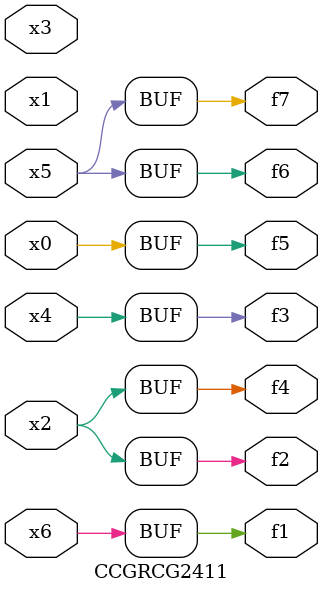
<source format=v>
module CCGRCG2411(
	input x0, x1, x2, x3, x4, x5, x6,
	output f1, f2, f3, f4, f5, f6, f7
);
	assign f1 = x6;
	assign f2 = x2;
	assign f3 = x4;
	assign f4 = x2;
	assign f5 = x0;
	assign f6 = x5;
	assign f7 = x5;
endmodule

</source>
